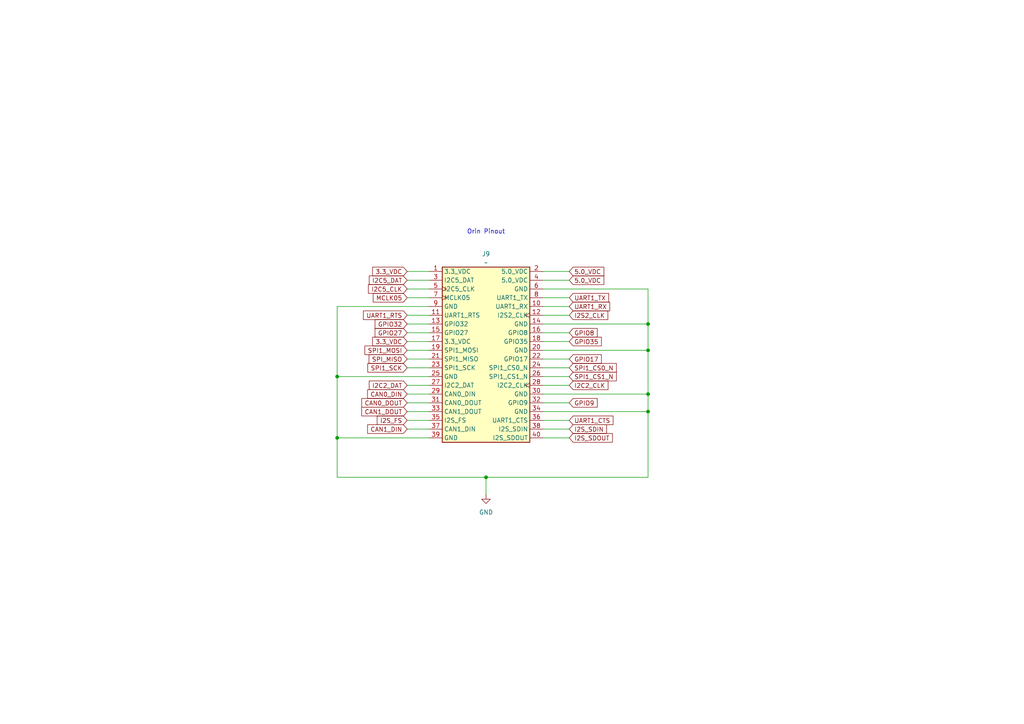
<source format=kicad_sch>
(kicad_sch (version 20231120) (generator "eeschema") (generator_version "8.0")
  (paper "A4")
  (lib_symbols
    (symbol "PowerDistro:JetsonAGXOrinExpansionHeader"
      (property "Reference" "J" (at -0.254 25.654 0))
      (symbol "JetsonAGXOrinExpansionHeader_1_1"
        (rectangle (start -12.7 24.13) (end 12.7 -26.67) (stroke (width 0.254)) (fill (type background)))
        (pin power_out line (at -16.51 22.86 0) (length 3.81) (name "3.3_VDC") (number "1"))
        (pin passive line (at 16.51 12.7 180) (length 3.81) (name "UART1_RX") (number "10"))
        (pin passive line (at -16.51 10.16 0) (length 3.81) (name "UART1_RTS") (number "11"))
        (pin passive clock (at 16.51 10.16 180) (length 3.81) (name "I2S2_CLK") (number "12"))
        (pin passive line (at -16.51 7.62 0) (length 3.81) (name "GPIO32") (number "13"))
        (pin passive line (at 16.51 7.62 180) (length 3.81) (name "GND") (number "14"))
        (pin passive line (at -16.51 5.08 0) (length 3.81) (name "GPIO27") (number "15"))
        (pin passive line (at 16.51 5.08 180) (length 3.81) (name "GPIO8") (number "16"))
        (pin power_out line (at -16.51 2.54 0) (length 3.81) (name "3.3_VDC") (number "17"))
        (pin passive line (at 16.51 2.54 180) (length 3.81) (name "GPIO35") (number "18"))
        (pin input line (at -16.51 0 0) (length 3.81) (name "SPI1_MOSI") (number "19"))
        (pin power_out line (at 16.51 22.86 180) (length 3.81) (name "5.0_VDC") (number "2"))
        (pin passive line (at 16.51 0 180) (length 3.81) (name "GND") (number "20"))
        (pin output line (at -16.51 -2.54 0) (length 3.81) (name "SPI1_MISO") (number "21"))
        (pin passive line (at 16.51 -2.54 180) (length 3.81) (name "GPIO17") (number "22"))
        (pin passive line (at -16.51 -5.08 0) (length 3.81) (name "SPI1_SCK") (number "23"))
        (pin passive line (at 16.51 -5.08 180) (length 3.81) (name "SPI1_CS0_N") (number "24"))
        (pin passive line (at -16.51 -7.62 0) (length 3.81) (name "GND") (number "25"))
        (pin passive line (at 16.51 -7.62 180) (length 3.81) (name "SPI1_CS1_N") (number "26"))
        (pin passive line (at -16.51 -10.16 0) (length 3.81) (name "I2C2_DAT") (number "27"))
        (pin passive clock (at 16.51 -10.16 180) (length 3.81) (name "I2C2_CLK") (number "28"))
        (pin input line (at -16.51 -12.7 0) (length 3.81) (name "CAN0_DIN") (number "29"))
        (pin passive line (at -16.51 20.32 0) (length 3.81) (name "I2C5_DAT") (number "3"))
        (pin passive line (at 16.51 -12.7 180) (length 3.81) (name "GND") (number "30"))
        (pin output line (at -16.51 -15.24 0) (length 3.81) (name "CAN0_DOUT") (number "31"))
        (pin passive line (at 16.51 -15.24 180) (length 3.81) (name "GPIO9") (number "32"))
        (pin output line (at -16.51 -17.78 0) (length 3.81) (name "CAN1_DOUT") (number "33"))
        (pin passive line (at 16.51 -17.78 180) (length 3.81) (name "GND") (number "34"))
        (pin passive line (at -16.51 -20.32 0) (length 3.81) (name "I2S_FS") (number "35"))
        (pin passive line (at 16.51 -20.32 180) (length 3.81) (name "UART1_CTS") (number "36"))
        (pin input line (at -16.51 -22.86 0) (length 3.81) (name "CAN1_DIN") (number "37"))
        (pin input line (at 16.51 -22.86 180) (length 3.81) (name "I2S_SDIN") (number "38"))
        (pin passive line (at -16.51 -25.4 0) (length 3.81) (name "GND") (number "39"))
        (pin power_out line (at 16.51 20.32 180) (length 3.81) (name "5.0_VDC") (number "4"))
        (pin output line (at 16.51 -25.4 180) (length 3.81) (name "I2S_SDOUT") (number "40"))
        (pin passive clock (at -16.51 17.78 0) (length 3.81) (name "I2C5_CLK") (number "5"))
        (pin passive line (at 16.51 17.78 180) (length 3.81) (name "GND") (number "6"))
        (pin passive clock (at -16.51 15.24 0) (length 3.81) (name "MCLK05") (number "7"))
        (pin passive line (at 16.51 15.24 180) (length 3.81) (name "UART1_TX") (number "8"))
        (pin passive line (at -16.51 12.7 0) (length 3.81) (name "GND") (number "9"))
      )
    )
    (symbol "power:GND" (power) (pin_numbers hide) (pin_names (offset 0) hide)
      (property "Value" "GND" (at 0 -3.81 0))
      (symbol "GND_0_1"
        (polyline (pts (xy 0 0) (xy 0 -1.27) (xy 1.27 -1.27) (xy 0 -2.54) (xy -1.27 -1.27) (xy 0 -1.27)))
      )
      (symbol "GND_1_1"
        (pin power_in line (at 0 0 270) (length 0) (name "~") (number "1"))
      )
    )
  )
  (junction (at 187.96 101.6))
  (junction (at 140.97 138.43))
  (junction (at 187.96 114.3))
  (junction (at 97.79 127))
  (junction (at 187.96 93.98))
  (junction (at 97.79 109.22))
  (junction (at 187.96 119.38))
  (wire (pts (xy 187.96 138.43) (xy 140.97 138.43)))
  (wire (pts (xy 157.48 91.44) (xy 165.1 91.44)))
  (wire (pts (xy 187.96 93.98) (xy 187.96 101.6)))
  (wire (pts (xy 157.48 86.36) (xy 165.1 86.36)))
  (wire (pts (xy 157.48 106.68) (xy 165.1 106.68)))
  (wire (pts (xy 118.11 121.92) (xy 124.46 121.92)))
  (wire (pts (xy 118.11 99.06) (xy 124.46 99.06)))
  (wire (pts (xy 187.96 83.82) (xy 187.96 93.98)))
  (wire (pts (xy 187.96 119.38) (xy 187.96 138.43)))
  (wire (pts (xy 140.97 138.43) (xy 140.97 143.51)))
  (wire (pts (xy 118.11 101.6) (xy 124.46 101.6)))
  (wire (pts (xy 118.11 124.46) (xy 124.46 124.46)))
  (wire (pts (xy 157.48 111.76) (xy 165.1 111.76)))
  (wire (pts (xy 157.48 127) (xy 165.1 127)))
  (wire (pts (xy 97.79 127) (xy 97.79 138.43)))
  (wire (pts (xy 97.79 138.43) (xy 140.97 138.43)))
  (wire (pts (xy 118.11 78.74) (xy 124.46 78.74)))
  (wire (pts (xy 118.11 106.68) (xy 124.46 106.68)))
  (wire (pts (xy 157.48 96.52) (xy 165.1 96.52)))
  (wire (pts (xy 187.96 101.6) (xy 187.96 114.3)))
  (wire (pts (xy 118.11 91.44) (xy 124.46 91.44)))
  (wire (pts (xy 118.11 104.14) (xy 124.46 104.14)))
  (wire (pts (xy 118.11 93.98) (xy 124.46 93.98)))
  (wire (pts (xy 124.46 88.9) (xy 97.79 88.9)))
  (wire (pts (xy 157.48 104.14) (xy 165.1 104.14)))
  (wire (pts (xy 118.11 96.52) (xy 124.46 96.52)))
  (wire (pts (xy 157.48 93.98) (xy 187.96 93.98)))
  (wire (pts (xy 157.48 101.6) (xy 187.96 101.6)))
  (wire (pts (xy 157.48 119.38) (xy 187.96 119.38)))
  (wire (pts (xy 118.11 83.82) (xy 124.46 83.82)))
  (wire (pts (xy 157.48 109.22) (xy 165.1 109.22)))
  (wire (pts (xy 97.79 88.9) (xy 97.79 109.22)))
  (wire (pts (xy 157.48 83.82) (xy 187.96 83.82)))
  (wire (pts (xy 97.79 109.22) (xy 97.79 127)))
  (wire (pts (xy 118.11 114.3) (xy 124.46 114.3)))
  (wire (pts (xy 118.11 86.36) (xy 124.46 86.36)))
  (wire (pts (xy 157.48 78.74) (xy 165.1 78.74)))
  (wire (pts (xy 157.48 88.9) (xy 165.1 88.9)))
  (wire (pts (xy 157.48 81.28) (xy 165.1 81.28)))
  (wire (pts (xy 157.48 99.06) (xy 165.1 99.06)))
  (wire (pts (xy 118.11 111.76) (xy 124.46 111.76)))
  (wire (pts (xy 118.11 116.84) (xy 124.46 116.84)))
  (wire (pts (xy 97.79 109.22) (xy 124.46 109.22)))
  (wire (pts (xy 118.11 119.38) (xy 124.46 119.38)))
  (wire (pts (xy 118.11 81.28) (xy 124.46 81.28)))
  (wire (pts (xy 97.79 127) (xy 124.46 127)))
  (wire (pts (xy 157.48 124.46) (xy 165.1 124.46)))
  (wire (pts (xy 157.48 116.84) (xy 165.1 116.84)))
  (wire (pts (xy 157.48 121.92) (xy 165.1 121.92)))
  (wire (pts (xy 187.96 114.3) (xy 187.96 119.38)))
  (wire (pts (xy 157.48 114.3) (xy 187.96 114.3)))
  (text "Orin Pinout\n" (at 140.97 67.31 0) (effects (font (size 1.27 1.27))))
  (global_label "SPI1_MOSI" (shape input) (at 118.11 101.6 180) (property "Intersheetrefs" "${INTERSHEET_REFS}" (effects (hide yes))))
  (global_label "5.0_VDC" (shape input) (at 165.1 78.74 0) (property "Intersheetrefs" "${INTERSHEET_REFS}" (effects (hide yes))))
  (global_label "GPIO27" (shape input) (at 118.11 96.52 180) (property "Intersheetrefs" "${INTERSHEET_REFS}" (effects (hide yes))))
  (global_label "UART1_CTS" (shape input) (at 165.1 121.92 0) (property "Intersheetrefs" "${INTERSHEET_REFS}" (effects (hide yes))))
  (global_label "GPIO32" (shape input) (at 118.11 93.98 180) (property "Intersheetrefs" "${INTERSHEET_REFS}" (effects (hide yes))))
  (global_label "SPI1_SCK" (shape input) (at 118.11 106.68 180) (property "Intersheetrefs" "${INTERSHEET_REFS}" (effects (hide yes))))
  (global_label "UART1_RTS" (shape input) (at 118.11 91.44 180) (property "Intersheetrefs" "${INTERSHEET_REFS}" (effects (hide yes))))
  (global_label "I2C2_DAT" (shape input) (at 118.11 111.76 180) (property "Intersheetrefs" "${INTERSHEET_REFS}" (effects (hide yes))))
  (global_label "GPIO17" (shape input) (at 165.1 104.14 0) (property "Intersheetrefs" "${INTERSHEET_REFS}" (effects (hide yes))))
  (global_label "I2S2_CLK" (shape input) (at 165.1 91.44 0) (property "Intersheetrefs" "${INTERSHEET_REFS}" (effects (hide yes))))
  (global_label "3.3_VDC" (shape input) (at 118.11 99.06 180) (property "Intersheetrefs" "${INTERSHEET_REFS}" (effects (hide yes))))
  (global_label "MCLK05" (shape input) (at 118.11 86.36 180) (property "Intersheetrefs" "${INTERSHEET_REFS}" (effects (hide yes))))
  (global_label "I2S_SDIN" (shape input) (at 165.1 124.46 0) (property "Intersheetrefs" "${INTERSHEET_REFS}" (effects (hide yes))))
  (global_label "I2C5_DAT" (shape input) (at 118.11 81.28 180) (property "Intersheetrefs" "${INTERSHEET_REFS}" (effects (hide yes))))
  (global_label "I2S_FS" (shape input) (at 118.11 121.92 180) (property "Intersheetrefs" "${INTERSHEET_REFS}" (effects (hide yes))))
  (global_label "SPI_MISO" (shape input) (at 118.11 104.14 180) (property "Intersheetrefs" "${INTERSHEET_REFS}" (effects (hide yes))))
  (global_label "CAN0_DOUT" (shape input) (at 118.11 116.84 180) (property "Intersheetrefs" "${INTERSHEET_REFS}" (effects (hide yes))))
  (global_label "UART1_TX" (shape input) (at 165.1 86.36 0) (property "Intersheetrefs" "${INTERSHEET_REFS}" (effects (hide yes))))
  (global_label "CAN1_DIN" (shape input) (at 118.11 124.46 180) (property "Intersheetrefs" "${INTERSHEET_REFS}" (effects (hide yes))))
  (global_label "SPI1_CS1_N" (shape input) (at 165.1 109.22 0) (property "Intersheetrefs" "${INTERSHEET_REFS}" (effects (hide yes))))
  (global_label "I2C2_CLK" (shape input) (at 165.1 111.76 0) (property "Intersheetrefs" "${INTERSHEET_REFS}" (effects (hide yes))))
  (global_label "GPIO9" (shape input) (at 165.1 116.84 0) (property "Intersheetrefs" "${INTERSHEET_REFS}" (effects (hide yes))))
  (global_label "UART1_RX" (shape input) (at 165.1 88.9 0) (property "Intersheetrefs" "${INTERSHEET_REFS}" (effects (hide yes))))
  (global_label "GPIO35" (shape input) (at 165.1 99.06 0) (property "Intersheetrefs" "${INTERSHEET_REFS}" (effects (hide yes))))
  (global_label "I2S_SDOUT" (shape input) (at 165.1 127 0) (property "Intersheetrefs" "${INTERSHEET_REFS}" (effects (hide yes))))
  (global_label "3.3_VDC" (shape input) (at 118.11 78.74 180) (property "Intersheetrefs" "${INTERSHEET_REFS}" (effects (hide yes))))
  (global_label "CAN1_DOUT" (shape input) (at 118.11 119.38 180) (property "Intersheetrefs" "${INTERSHEET_REFS}" (effects (hide yes))))
  (global_label "CAN0_DIN" (shape input) (at 118.11 114.3 180) (property "Intersheetrefs" "${INTERSHEET_REFS}" (effects (hide yes))))
  (global_label "GPIO8" (shape input) (at 165.1 96.52 0) (property "Intersheetrefs" "${INTERSHEET_REFS}" (effects (hide yes))))
  (global_label "I2C5_CLK" (shape input) (at 118.11 83.82 180) (property "Intersheetrefs" "${INTERSHEET_REFS}" (effects (hide yes))))
  (global_label "SPI1_CS0_N" (shape input) (at 165.1 106.68 0) (property "Intersheetrefs" "${INTERSHEET_REFS}" (effects (hide yes))))
  (global_label "5.0_VDC" (shape input) (at 165.1 81.28 0) (property "Intersheetrefs" "${INTERSHEET_REFS}" (effects (hide yes))))
  (symbol (lib_id "PowerDistro:JetsonAGXOrinExpansionHeader") (at 140.97 101.6 0) (unit 1)
    (property "Reference" "J9" (at 140.97 73.66 0))
    (property "Value" "~" (at 140.97 76.2 0))
    (property "Description" "Jetson AGX Orin J30 GPIO Expansion Header Pinout" (effects (hide yes)))
  )
  (symbol (lib_id "power:GND") (at 140.97 143.51 0) (unit 1)
    (property "Reference" "#PWR01" (effects (hide yes)))
    (property "Value" "GND" (at 140.97 148.59 0))
    (property "Description" "Power symbol creates a global label with name \"GND\" , ground" (effects (hide yes)))
  )
)
</source>
